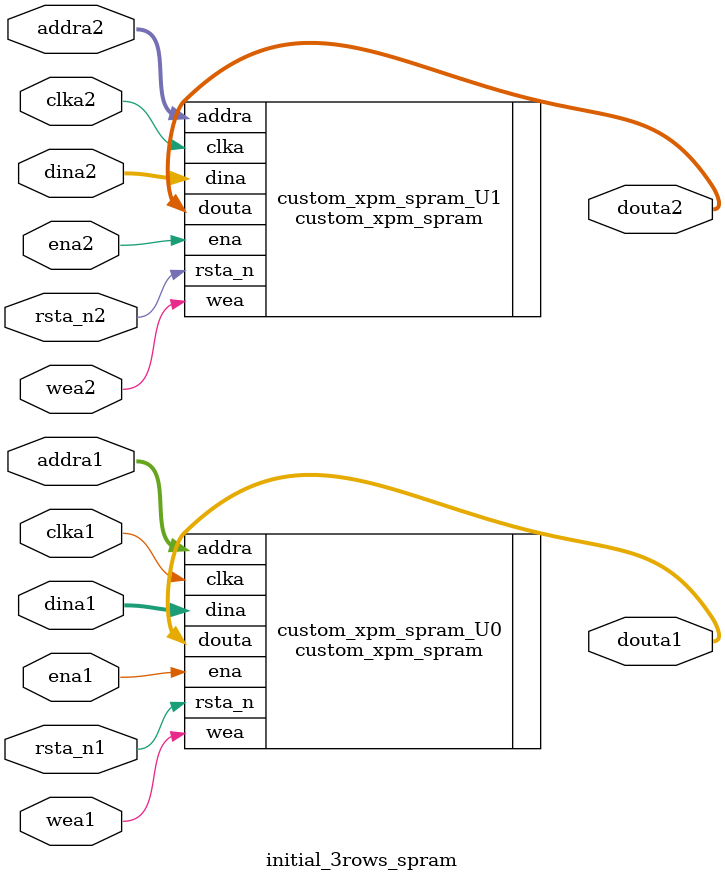
<source format=v>
`timescale 1ns / 1ps
module initial_3rows_spram
#(
    parameter P_ROW_WIDTH  = 256,
    parameter P_DATA_WIDTH = 8  ,
    parameter P_ADDR_WIDTH = 12
)
(
    input                           clka1   ,
    input                           rsta_n1 ,
    input   [P_ADDR_WIDTH-1:0]      addra1  ,
    input                           wea1    ,
    input   [P_DATA_WIDTH-1:0]      dina1   ,
    output  [P_DATA_WIDTH-1:0]      douta1  ,
    input                           ena1    ,

    input                           clka2   ,
    input                           rsta_n2 ,
    input   [P_ADDR_WIDTH-1:0]      addra2  ,
    input                           wea2    ,
    input   [P_DATA_WIDTH-1:0]      dina2   ,
    output  [P_DATA_WIDTH-1:0]      douta2  ,
    input                           ena2     
);

custom_xpm_spram #(
    .P_WRITE_DATA_WIDTH_A (P_DATA_WIDTH         )   ,
    .P_WRITE_DATA_DEPTH_A (P_ROW_WIDTH          )   ,
    .P_READ_DATA_WIDTH_A  (P_DATA_WIDTH         )   ,
    .P_ADDR_WIDTH_A       (P_ADDR_WIDTH         )   
)custom_xpm_spram_U0(
    .clka                 (clka1                )   ,
    .rsta_n               (rsta_n1              )   ,
    .addra                (addra1               )   ,
    .wea                  (wea1                 )   ,
    .dina                 (dina1                )   ,
    .douta                (douta1               )   ,
    .ena                  (ena1                 )   
);

custom_xpm_spram #(
    .P_WRITE_DATA_WIDTH_A (P_DATA_WIDTH         )   ,
    .P_WRITE_DATA_DEPTH_A (P_ROW_WIDTH          )   ,
    .P_READ_DATA_WIDTH_A  (P_DATA_WIDTH         )   ,
    .P_ADDR_WIDTH_A       (P_ADDR_WIDTH         )   
)custom_xpm_spram_U1(
    .clka                 (clka2                )   ,
    .rsta_n               (rsta_n2              )   ,
    .addra                (addra2               )   ,
    .wea                  (wea2                 )   ,
    .dina                 (dina2                )   ,
    .douta                (douta2               )   ,
    .ena                  (ena2                 )   
);

endmodule

</source>
